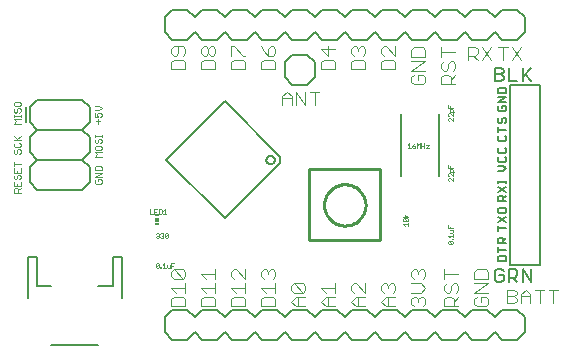
<source format=gto>
G75*
G70*
%OFA0B0*%
%FSLAX24Y24*%
%IPPOS*%
%LPD*%
%AMOC8*
5,1,8,0,0,1.08239X$1,22.5*
%
%ADD10C,0.0040*%
%ADD11C,0.0010*%
%ADD12C,0.0020*%
%ADD13C,0.0080*%
%ADD14C,0.0060*%
%ADD15C,0.0050*%
%ADD16C,0.0100*%
%ADD17R,0.0118X0.0059*%
%ADD18R,0.0118X0.0118*%
D10*
X005900Y002300D02*
X005900Y002530D01*
X005976Y002607D01*
X006283Y002607D01*
X006360Y002530D01*
X006360Y002300D01*
X005900Y002300D01*
X006053Y002760D02*
X005900Y002914D01*
X006360Y002914D01*
X006360Y003067D02*
X006360Y002760D01*
X006283Y003221D02*
X005976Y003221D01*
X005900Y003298D01*
X005900Y003451D01*
X005976Y003528D01*
X006283Y003221D01*
X006360Y003298D01*
X006360Y003451D01*
X006283Y003528D01*
X005976Y003528D01*
X006900Y003374D02*
X007360Y003374D01*
X007360Y003221D02*
X007360Y003528D01*
X007900Y003451D02*
X007900Y003298D01*
X007976Y003221D01*
X007900Y003451D02*
X007976Y003528D01*
X008053Y003528D01*
X008360Y003221D01*
X008360Y003528D01*
X008900Y003451D02*
X008900Y003298D01*
X008976Y003221D01*
X009283Y003221D02*
X009360Y003298D01*
X009360Y003451D01*
X009283Y003528D01*
X009207Y003528D01*
X009130Y003451D01*
X009130Y003374D01*
X009130Y003451D02*
X009053Y003528D01*
X008976Y003528D01*
X008900Y003451D01*
X009360Y003067D02*
X009360Y002760D01*
X009360Y002914D02*
X008900Y002914D01*
X009053Y002760D01*
X008976Y002607D02*
X008900Y002530D01*
X008900Y002300D01*
X009360Y002300D01*
X009360Y002530D01*
X009283Y002607D01*
X008976Y002607D01*
X008360Y002530D02*
X008360Y002300D01*
X007900Y002300D01*
X007900Y002530D01*
X007976Y002607D01*
X008283Y002607D01*
X008360Y002530D01*
X008360Y002760D02*
X008360Y003067D01*
X008360Y002914D02*
X007900Y002914D01*
X008053Y002760D01*
X007360Y002760D02*
X007360Y003067D01*
X007360Y002914D02*
X006900Y002914D01*
X007053Y002760D01*
X006976Y002607D02*
X006900Y002530D01*
X006900Y002300D01*
X007360Y002300D01*
X007360Y002530D01*
X007283Y002607D01*
X006976Y002607D01*
X007053Y003221D02*
X006900Y003374D01*
X009900Y002991D02*
X009900Y002837D01*
X009976Y002760D01*
X010283Y002760D01*
X009976Y003067D01*
X010283Y003067D01*
X010360Y002991D01*
X010360Y002837D01*
X010283Y002760D01*
X010360Y002607D02*
X010053Y002607D01*
X009900Y002453D01*
X010053Y002300D01*
X010360Y002300D01*
X010130Y002300D02*
X010130Y002607D01*
X009900Y002991D02*
X009976Y003067D01*
X010900Y002914D02*
X011360Y002914D01*
X011360Y003067D02*
X011360Y002760D01*
X011360Y002607D02*
X011053Y002607D01*
X010900Y002453D01*
X011053Y002300D01*
X011360Y002300D01*
X011130Y002300D02*
X011130Y002607D01*
X011053Y002760D02*
X010900Y002914D01*
X011900Y002991D02*
X011900Y002837D01*
X011976Y002760D01*
X012053Y002607D02*
X012360Y002607D01*
X012360Y002760D02*
X012053Y003067D01*
X011976Y003067D01*
X011900Y002991D01*
X012360Y003067D02*
X012360Y002760D01*
X012130Y002607D02*
X012130Y002300D01*
X012053Y002300D02*
X011900Y002453D01*
X012053Y002607D01*
X012053Y002300D02*
X012360Y002300D01*
X012900Y002453D02*
X013053Y002607D01*
X013360Y002607D01*
X013283Y002760D02*
X013360Y002837D01*
X013360Y002991D01*
X013283Y003067D01*
X013207Y003067D01*
X013130Y002991D01*
X013130Y002914D01*
X013130Y002991D02*
X013053Y003067D01*
X012976Y003067D01*
X012900Y002991D01*
X012900Y002837D01*
X012976Y002760D01*
X013130Y002607D02*
X013130Y002300D01*
X013053Y002300D02*
X012900Y002453D01*
X013053Y002300D02*
X013360Y002300D01*
X013900Y002377D02*
X013900Y002530D01*
X013976Y002607D01*
X014053Y002607D01*
X014130Y002530D01*
X014207Y002607D01*
X014283Y002607D01*
X014360Y002530D01*
X014360Y002377D01*
X014283Y002300D01*
X014130Y002453D02*
X014130Y002530D01*
X014207Y002760D02*
X013900Y002760D01*
X014207Y002760D02*
X014360Y002914D01*
X014207Y003067D01*
X013900Y003067D01*
X013976Y003221D02*
X013900Y003298D01*
X013900Y003451D01*
X013976Y003528D01*
X014053Y003528D01*
X014130Y003451D01*
X014207Y003528D01*
X014283Y003528D01*
X014360Y003451D01*
X014360Y003298D01*
X014283Y003221D01*
X014130Y003374D02*
X014130Y003451D01*
X015000Y003528D02*
X015000Y003221D01*
X015076Y003067D02*
X015000Y002991D01*
X015000Y002837D01*
X015076Y002760D01*
X015153Y002760D01*
X015230Y002837D01*
X015230Y002991D01*
X015307Y003067D01*
X015383Y003067D01*
X015460Y002991D01*
X015460Y002837D01*
X015383Y002760D01*
X015460Y002607D02*
X015307Y002453D01*
X015307Y002530D02*
X015230Y002607D01*
X015076Y002607D01*
X015000Y002530D01*
X015000Y002300D01*
X015460Y002300D01*
X015307Y002300D02*
X015307Y002530D01*
X016000Y002530D02*
X016000Y002377D01*
X016076Y002300D01*
X016383Y002300D01*
X016460Y002377D01*
X016460Y002530D01*
X016383Y002607D01*
X016230Y002607D01*
X016230Y002453D01*
X016076Y002607D02*
X016000Y002530D01*
X016000Y002760D02*
X016460Y003067D01*
X016000Y003067D01*
X016000Y003221D02*
X016000Y003451D01*
X016076Y003528D01*
X016383Y003528D01*
X016460Y003451D01*
X016460Y003221D01*
X016000Y003221D01*
X016000Y002760D02*
X016460Y002760D01*
X017100Y002860D02*
X017100Y002400D01*
X017330Y002400D01*
X017407Y002477D01*
X017407Y002553D01*
X017330Y002630D01*
X017100Y002630D01*
X017330Y002630D02*
X017407Y002707D01*
X017407Y002784D01*
X017330Y002860D01*
X017100Y002860D01*
X017560Y002707D02*
X017714Y002860D01*
X017867Y002707D01*
X017867Y002400D01*
X017867Y002630D02*
X017560Y002630D01*
X017560Y002707D02*
X017560Y002400D01*
X018174Y002400D02*
X018174Y002860D01*
X018021Y002860D02*
X018328Y002860D01*
X018481Y002860D02*
X018788Y002860D01*
X018635Y002860D02*
X018635Y002400D01*
X015460Y003374D02*
X015000Y003374D01*
X013976Y002300D02*
X013900Y002377D01*
X010674Y009000D02*
X010674Y009460D01*
X010521Y009460D02*
X010828Y009460D01*
X010367Y009460D02*
X010367Y009000D01*
X010060Y009460D01*
X010060Y009000D01*
X009907Y009000D02*
X009907Y009307D01*
X009753Y009460D01*
X009600Y009307D01*
X009600Y009000D01*
X009600Y009230D02*
X009907Y009230D01*
X009360Y010200D02*
X008900Y010200D01*
X008900Y010430D01*
X008976Y010507D01*
X009283Y010507D01*
X009360Y010430D01*
X009360Y010200D01*
X009283Y010660D02*
X009360Y010737D01*
X009360Y010891D01*
X009283Y010967D01*
X009207Y010967D01*
X009130Y010891D01*
X009130Y010660D01*
X009283Y010660D01*
X009130Y010660D02*
X008976Y010814D01*
X008900Y010967D01*
X008360Y010660D02*
X008283Y010660D01*
X007976Y010967D01*
X007900Y010967D01*
X007900Y010660D01*
X007976Y010507D02*
X007900Y010430D01*
X007900Y010200D01*
X008360Y010200D01*
X008360Y010430D01*
X008283Y010507D01*
X007976Y010507D01*
X007360Y010430D02*
X007360Y010200D01*
X006900Y010200D01*
X006900Y010430D01*
X006976Y010507D01*
X007283Y010507D01*
X007360Y010430D01*
X007283Y010660D02*
X007207Y010660D01*
X007130Y010737D01*
X007130Y010891D01*
X007207Y010967D01*
X007283Y010967D01*
X007360Y010891D01*
X007360Y010737D01*
X007283Y010660D01*
X007130Y010737D02*
X007053Y010660D01*
X006976Y010660D01*
X006900Y010737D01*
X006900Y010891D01*
X006976Y010967D01*
X007053Y010967D01*
X007130Y010891D01*
X006360Y010891D02*
X006360Y010737D01*
X006283Y010660D01*
X006283Y010507D02*
X005976Y010507D01*
X005900Y010430D01*
X005900Y010200D01*
X006360Y010200D01*
X006360Y010430D01*
X006283Y010507D01*
X006053Y010660D02*
X006130Y010737D01*
X006130Y010967D01*
X006283Y010967D02*
X006360Y010891D01*
X006283Y010967D02*
X005976Y010967D01*
X005900Y010891D01*
X005900Y010737D01*
X005976Y010660D01*
X006053Y010660D01*
X010900Y010430D02*
X010900Y010200D01*
X011360Y010200D01*
X011360Y010430D01*
X011283Y010507D01*
X010976Y010507D01*
X010900Y010430D01*
X011130Y010660D02*
X011130Y010967D01*
X011360Y010891D02*
X010900Y010891D01*
X011130Y010660D01*
X011900Y010737D02*
X011976Y010660D01*
X011900Y010737D02*
X011900Y010891D01*
X011976Y010967D01*
X012053Y010967D01*
X012130Y010891D01*
X012207Y010967D01*
X012283Y010967D01*
X012360Y010891D01*
X012360Y010737D01*
X012283Y010660D01*
X012283Y010507D02*
X011976Y010507D01*
X011900Y010430D01*
X011900Y010200D01*
X012360Y010200D01*
X012360Y010430D01*
X012283Y010507D01*
X012130Y010814D02*
X012130Y010891D01*
X012900Y010891D02*
X012900Y010737D01*
X012976Y010660D01*
X012976Y010507D02*
X012900Y010430D01*
X012900Y010200D01*
X013360Y010200D01*
X013360Y010430D01*
X013283Y010507D01*
X012976Y010507D01*
X013360Y010660D02*
X013053Y010967D01*
X012976Y010967D01*
X012900Y010891D01*
X013360Y010967D02*
X013360Y010660D01*
X013900Y010621D02*
X013900Y010851D01*
X013976Y010928D01*
X014283Y010928D01*
X014360Y010851D01*
X014360Y010621D01*
X013900Y010621D01*
X013900Y010467D02*
X014360Y010467D01*
X013900Y010160D01*
X014360Y010160D01*
X014283Y010007D02*
X014130Y010007D01*
X014130Y009853D01*
X014283Y009700D02*
X013976Y009700D01*
X013900Y009777D01*
X013900Y009930D01*
X013976Y010007D01*
X014283Y010007D02*
X014360Y009930D01*
X014360Y009777D01*
X014283Y009700D01*
X014900Y009700D02*
X014900Y009930D01*
X014976Y010007D01*
X015130Y010007D01*
X015207Y009930D01*
X015207Y009700D01*
X015360Y009700D02*
X014900Y009700D01*
X015207Y009853D02*
X015360Y010007D01*
X015283Y010160D02*
X015360Y010237D01*
X015360Y010391D01*
X015283Y010467D01*
X015207Y010467D01*
X015130Y010391D01*
X015130Y010237D01*
X015053Y010160D01*
X014976Y010160D01*
X014900Y010237D01*
X014900Y010391D01*
X014976Y010467D01*
X014900Y010621D02*
X014900Y010928D01*
X014900Y010774D02*
X015360Y010774D01*
X015800Y010653D02*
X016030Y010653D01*
X016107Y010730D01*
X016107Y010884D01*
X016030Y010960D01*
X015800Y010960D01*
X015800Y010500D01*
X015953Y010653D02*
X016107Y010500D01*
X016260Y010500D02*
X016567Y010960D01*
X016800Y010960D02*
X017107Y010960D01*
X017260Y010960D02*
X017567Y010500D01*
X017260Y010500D02*
X017567Y010960D01*
X016953Y010960D02*
X016953Y010500D01*
X016567Y010500D02*
X016260Y010960D01*
D11*
X015125Y009027D02*
X015125Y008927D01*
X015275Y008927D01*
X015250Y008880D02*
X015275Y008855D01*
X015275Y008780D01*
X015275Y008732D02*
X015275Y008632D01*
X015175Y008732D01*
X015150Y008732D01*
X015125Y008707D01*
X015125Y008657D01*
X015150Y008632D01*
X015150Y008585D02*
X015125Y008560D01*
X015125Y008510D01*
X015150Y008485D01*
X015150Y008585D02*
X015175Y008585D01*
X015275Y008485D01*
X015275Y008585D01*
X015325Y008780D02*
X015175Y008780D01*
X015175Y008855D01*
X015200Y008880D01*
X015250Y008880D01*
X015200Y008927D02*
X015200Y008977D01*
X014327Y007735D02*
X014327Y007585D01*
X014374Y007585D02*
X014474Y007585D01*
X014474Y007685D02*
X014374Y007585D01*
X014327Y007660D02*
X014227Y007660D01*
X014227Y007585D02*
X014227Y007735D01*
X014180Y007735D02*
X014180Y007585D01*
X014080Y007585D02*
X014080Y007735D01*
X014130Y007685D01*
X014180Y007735D01*
X014032Y007735D02*
X013982Y007710D01*
X013932Y007660D01*
X014007Y007660D01*
X014032Y007635D01*
X014032Y007610D01*
X014007Y007585D01*
X013957Y007585D01*
X013932Y007610D01*
X013932Y007660D01*
X013885Y007585D02*
X013785Y007585D01*
X013835Y007585D02*
X013835Y007735D01*
X013785Y007685D01*
X014374Y007685D02*
X014474Y007685D01*
X015125Y007027D02*
X015125Y006927D01*
X015275Y006927D01*
X015250Y006880D02*
X015275Y006855D01*
X015275Y006780D01*
X015275Y006732D02*
X015275Y006632D01*
X015175Y006732D01*
X015150Y006732D01*
X015125Y006707D01*
X015125Y006657D01*
X015150Y006632D01*
X015150Y006585D02*
X015125Y006560D01*
X015125Y006510D01*
X015150Y006485D01*
X015150Y006585D02*
X015175Y006585D01*
X015275Y006485D01*
X015275Y006585D01*
X015325Y006780D02*
X015175Y006780D01*
X015175Y006855D01*
X015200Y006880D01*
X015250Y006880D01*
X015200Y006927D02*
X015200Y006977D01*
X013775Y005355D02*
X013725Y005280D01*
X013675Y005355D01*
X013625Y005280D02*
X013775Y005280D01*
X013750Y005232D02*
X013775Y005207D01*
X013775Y005157D01*
X013750Y005132D01*
X013650Y005232D01*
X013750Y005232D01*
X013750Y005132D02*
X013650Y005132D01*
X013625Y005157D01*
X013625Y005207D01*
X013650Y005232D01*
X013775Y005085D02*
X013775Y004985D01*
X013775Y005035D02*
X013625Y005035D01*
X013675Y004985D01*
X015125Y005001D02*
X015125Y004901D01*
X015275Y004901D01*
X015275Y004853D02*
X015175Y004853D01*
X015200Y004901D02*
X015200Y004951D01*
X015275Y004853D02*
X015275Y004778D01*
X015250Y004753D01*
X015175Y004753D01*
X015125Y004656D02*
X015275Y004656D01*
X015275Y004606D02*
X015275Y004706D01*
X015175Y004606D02*
X015125Y004656D01*
X015250Y004557D02*
X015275Y004557D01*
X015275Y004532D01*
X015250Y004532D01*
X015250Y004557D01*
X015250Y004485D02*
X015275Y004460D01*
X015275Y004410D01*
X015250Y004385D01*
X015150Y004485D01*
X015250Y004485D01*
X015250Y004385D02*
X015150Y004385D01*
X015125Y004410D01*
X015125Y004460D01*
X015150Y004485D01*
X006001Y003735D02*
X005901Y003735D01*
X005901Y003585D01*
X005853Y003585D02*
X005853Y003685D01*
X005901Y003660D02*
X005951Y003660D01*
X005853Y003585D02*
X005778Y003585D01*
X005753Y003610D01*
X005753Y003685D01*
X005656Y003735D02*
X005656Y003585D01*
X005606Y003585D02*
X005706Y003585D01*
X005606Y003685D02*
X005656Y003735D01*
X005557Y003610D02*
X005557Y003585D01*
X005532Y003585D01*
X005532Y003610D01*
X005557Y003610D01*
X005485Y003610D02*
X005460Y003585D01*
X005410Y003585D01*
X005385Y003610D01*
X005485Y003710D01*
X005485Y003610D01*
X005385Y003610D02*
X005385Y003710D01*
X005410Y003735D01*
X005460Y003735D01*
X005485Y003710D01*
X005460Y004585D02*
X005410Y004585D01*
X005385Y004610D01*
X005435Y004660D02*
X005460Y004660D01*
X005485Y004635D01*
X005485Y004610D01*
X005460Y004585D01*
X005460Y004660D02*
X005485Y004685D01*
X005485Y004710D01*
X005460Y004735D01*
X005410Y004735D01*
X005385Y004710D01*
X005532Y004710D02*
X005557Y004735D01*
X005607Y004735D01*
X005632Y004710D01*
X005632Y004685D01*
X005607Y004660D01*
X005632Y004635D01*
X005632Y004610D01*
X005607Y004585D01*
X005557Y004585D01*
X005532Y004610D01*
X005582Y004660D02*
X005607Y004660D01*
X005680Y004610D02*
X005780Y004710D01*
X005780Y004610D01*
X005755Y004585D01*
X005705Y004585D01*
X005680Y004610D01*
X005680Y004710D01*
X005705Y004735D01*
X005755Y004735D01*
X005780Y004710D01*
X005727Y005385D02*
X005627Y005385D01*
X005677Y005385D02*
X005677Y005535D01*
X005627Y005485D01*
X005580Y005510D02*
X005580Y005410D01*
X005555Y005385D01*
X005480Y005385D01*
X005480Y005535D01*
X005555Y005535D01*
X005580Y005510D01*
X005432Y005535D02*
X005332Y005535D01*
X005332Y005385D01*
X005432Y005385D01*
X005382Y005460D02*
X005332Y005460D01*
X005285Y005385D02*
X005185Y005385D01*
X005185Y005535D01*
D12*
X003570Y006427D02*
X003570Y006500D01*
X003533Y006537D01*
X003460Y006537D01*
X003460Y006463D01*
X003387Y006390D02*
X003533Y006390D01*
X003570Y006427D01*
X003387Y006390D02*
X003350Y006427D01*
X003350Y006500D01*
X003387Y006537D01*
X003350Y006611D02*
X003570Y006758D01*
X003350Y006758D01*
X003350Y006832D02*
X003350Y006942D01*
X003387Y006979D01*
X003533Y006979D01*
X003570Y006942D01*
X003570Y006832D01*
X003350Y006832D01*
X003350Y006611D02*
X003570Y006611D01*
X003570Y007290D02*
X003350Y007290D01*
X003423Y007363D01*
X003350Y007437D01*
X003570Y007437D01*
X003533Y007511D02*
X003570Y007548D01*
X003570Y007621D01*
X003533Y007658D01*
X003387Y007658D01*
X003350Y007621D01*
X003350Y007548D01*
X003387Y007511D01*
X003533Y007511D01*
X003533Y007732D02*
X003570Y007769D01*
X003570Y007842D01*
X003533Y007879D01*
X003497Y007879D01*
X003460Y007842D01*
X003460Y007769D01*
X003423Y007732D01*
X003387Y007732D01*
X003350Y007769D01*
X003350Y007842D01*
X003387Y007879D01*
X003350Y007953D02*
X003350Y008026D01*
X003350Y007990D02*
X003570Y007990D01*
X003570Y008026D02*
X003570Y007953D01*
X003460Y008390D02*
X003460Y008537D01*
X003460Y008611D02*
X003423Y008684D01*
X003423Y008721D01*
X003460Y008758D01*
X003533Y008758D01*
X003570Y008721D01*
X003570Y008648D01*
X003533Y008611D01*
X003460Y008611D02*
X003350Y008611D01*
X003350Y008758D01*
X003350Y008832D02*
X003497Y008832D01*
X003570Y008905D01*
X003497Y008979D01*
X003350Y008979D01*
X003387Y008463D02*
X003533Y008463D01*
X000870Y008390D02*
X000650Y008390D01*
X000723Y008463D01*
X000650Y008537D01*
X000870Y008537D01*
X000870Y008611D02*
X000870Y008684D01*
X000870Y008648D02*
X000650Y008648D01*
X000650Y008684D02*
X000650Y008611D01*
X000687Y008758D02*
X000723Y008758D01*
X000760Y008795D01*
X000760Y008868D01*
X000797Y008905D01*
X000833Y008905D01*
X000870Y008868D01*
X000870Y008795D01*
X000833Y008758D01*
X000687Y008758D02*
X000650Y008795D01*
X000650Y008868D01*
X000687Y008905D01*
X000687Y008979D02*
X000833Y008979D01*
X000870Y009016D01*
X000870Y009089D01*
X000833Y009126D01*
X000687Y009126D01*
X000650Y009089D01*
X000650Y009016D01*
X000687Y008979D01*
X000650Y007979D02*
X000797Y007832D01*
X000760Y007869D02*
X000870Y007979D01*
X000870Y007832D02*
X000650Y007832D01*
X000687Y007758D02*
X000650Y007721D01*
X000650Y007648D01*
X000687Y007611D01*
X000833Y007611D01*
X000870Y007648D01*
X000870Y007721D01*
X000833Y007758D01*
X000833Y007537D02*
X000870Y007500D01*
X000870Y007427D01*
X000833Y007390D01*
X000760Y007427D02*
X000760Y007500D01*
X000797Y007537D01*
X000833Y007537D01*
X000760Y007427D02*
X000723Y007390D01*
X000687Y007390D01*
X000650Y007427D01*
X000650Y007500D01*
X000687Y007537D01*
X000650Y007121D02*
X000650Y006974D01*
X000650Y007047D02*
X000870Y007047D01*
X000870Y006900D02*
X000870Y006753D01*
X000650Y006753D01*
X000650Y006900D01*
X000760Y006826D02*
X000760Y006753D01*
X000797Y006679D02*
X000760Y006642D01*
X000760Y006569D01*
X000723Y006532D01*
X000687Y006532D01*
X000650Y006569D01*
X000650Y006642D01*
X000687Y006679D01*
X000797Y006679D02*
X000833Y006679D01*
X000870Y006642D01*
X000870Y006569D01*
X000833Y006532D01*
X000870Y006458D02*
X000870Y006311D01*
X000650Y006311D01*
X000650Y006458D01*
X000760Y006384D02*
X000760Y006311D01*
X000760Y006237D02*
X000797Y006200D01*
X000797Y006090D01*
X000870Y006090D02*
X000650Y006090D01*
X000650Y006200D01*
X000687Y006237D01*
X000760Y006237D01*
X000797Y006163D02*
X000870Y006237D01*
D13*
X001893Y000999D02*
X003467Y000999D01*
X004255Y002574D02*
X004255Y003952D01*
X003940Y003952D01*
X003940Y002967D01*
X003467Y002967D01*
X001893Y002967D02*
X001420Y002967D01*
X001420Y003952D01*
X001105Y003952D01*
X001105Y002574D01*
X005680Y001930D02*
X005680Y001430D01*
X005930Y001180D01*
X006430Y001180D01*
X006680Y001430D01*
X006930Y001180D01*
X007430Y001180D01*
X007680Y001430D01*
X007930Y001180D01*
X008430Y001180D01*
X008680Y001430D01*
X008930Y001180D01*
X009430Y001180D01*
X009680Y001430D01*
X009930Y001180D01*
X010430Y001180D01*
X010680Y001430D01*
X010930Y001180D01*
X011430Y001180D01*
X011680Y001430D01*
X011930Y001180D01*
X012430Y001180D01*
X012680Y001430D01*
X012930Y001180D01*
X013430Y001180D01*
X013680Y001430D01*
X013930Y001180D01*
X014430Y001180D01*
X014680Y001430D01*
X014930Y001180D01*
X015430Y001180D01*
X015680Y001430D01*
X015930Y001180D01*
X016430Y001180D01*
X016680Y001430D01*
X016930Y001180D01*
X017430Y001180D01*
X017680Y001430D01*
X017680Y001930D01*
X017430Y002180D01*
X016930Y002180D01*
X016680Y001930D01*
X016430Y002180D01*
X015930Y002180D01*
X015680Y001930D01*
X015430Y002180D01*
X014930Y002180D01*
X014680Y001930D01*
X014430Y002180D01*
X013930Y002180D01*
X013680Y001930D01*
X013430Y002180D01*
X012930Y002180D01*
X012680Y001930D01*
X012430Y002180D01*
X011930Y002180D01*
X011680Y001930D01*
X011430Y002180D01*
X010930Y002180D01*
X010680Y001930D01*
X010430Y002180D01*
X009930Y002180D01*
X009680Y001930D01*
X009430Y002180D01*
X008930Y002180D01*
X008680Y001930D01*
X008430Y002180D01*
X007930Y002180D01*
X007680Y001930D01*
X007430Y002180D01*
X006930Y002180D01*
X006680Y001930D01*
X006430Y002180D01*
X005930Y002180D01*
X005680Y001930D01*
X002930Y006180D02*
X001430Y006180D01*
X001180Y006430D01*
X001180Y006930D01*
X001430Y007180D01*
X002930Y007180D01*
X003180Y006930D01*
X003180Y006430D01*
X002930Y006180D01*
X002930Y007180D02*
X003180Y007430D01*
X003180Y007930D01*
X002930Y008180D01*
X001430Y008180D01*
X001180Y007930D01*
X001180Y007430D01*
X001430Y007180D01*
X001430Y008180D02*
X001180Y008430D01*
X001180Y008930D01*
X001430Y009180D01*
X002930Y009180D01*
X003180Y008930D01*
X003180Y008430D01*
X002930Y008180D01*
X001048Y008430D02*
X001048Y008930D01*
X005680Y011430D02*
X005930Y011180D01*
X006430Y011180D01*
X006680Y011430D01*
X006930Y011180D01*
X007430Y011180D01*
X007680Y011430D01*
X007930Y011180D01*
X008430Y011180D01*
X008680Y011430D01*
X008930Y011180D01*
X009430Y011180D01*
X009680Y011430D01*
X009930Y011180D01*
X010430Y011180D01*
X010680Y011430D01*
X010930Y011180D01*
X011430Y011180D01*
X011680Y011430D01*
X011930Y011180D01*
X012430Y011180D01*
X012680Y011430D01*
X012930Y011180D01*
X013430Y011180D01*
X013680Y011430D01*
X013930Y011180D01*
X014430Y011180D01*
X014680Y011430D01*
X014930Y011180D01*
X015430Y011180D01*
X015680Y011430D01*
X015930Y011180D01*
X016430Y011180D01*
X016680Y011430D01*
X016930Y011180D01*
X017430Y011180D01*
X017680Y011430D01*
X017680Y011930D01*
X017430Y012180D01*
X016930Y012180D01*
X016680Y011930D01*
X016430Y012180D01*
X015930Y012180D01*
X015680Y011930D01*
X015430Y012180D01*
X014930Y012180D01*
X014680Y011930D01*
X014430Y012180D01*
X013930Y012180D01*
X013680Y011930D01*
X013430Y012180D01*
X012930Y012180D01*
X012680Y011930D01*
X012430Y012180D01*
X011930Y012180D01*
X011680Y011930D01*
X011430Y012180D01*
X010930Y012180D01*
X010680Y011930D01*
X010430Y012180D01*
X009930Y012180D01*
X009680Y011930D01*
X009430Y012180D01*
X008930Y012180D01*
X008680Y011930D01*
X008430Y012180D01*
X007930Y012180D01*
X007680Y011930D01*
X007430Y012180D01*
X006930Y012180D01*
X006680Y011930D01*
X006430Y012180D01*
X005930Y012180D01*
X005680Y011930D01*
X005680Y011430D01*
X009680Y010430D02*
X009680Y009930D01*
X009930Y009680D01*
X010430Y009680D01*
X010680Y009930D01*
X010680Y010430D01*
X010430Y010680D01*
X009930Y010680D01*
X009680Y010430D01*
X016689Y010240D02*
X016689Y009820D01*
X016899Y009820D01*
X016969Y009890D01*
X016969Y009960D01*
X016899Y010030D01*
X016689Y010030D01*
X016899Y010030D02*
X016969Y010100D01*
X016969Y010170D01*
X016899Y010240D01*
X016689Y010240D01*
X017149Y010240D02*
X017149Y009820D01*
X017429Y009820D01*
X017610Y009820D02*
X017610Y010240D01*
X017680Y010030D02*
X017890Y009820D01*
X017610Y009960D02*
X017890Y010240D01*
X017890Y003540D02*
X017890Y003120D01*
X017610Y003540D01*
X017610Y003120D01*
X017429Y003120D02*
X017289Y003260D01*
X017359Y003260D02*
X017149Y003260D01*
X017149Y003120D02*
X017149Y003540D01*
X017359Y003540D01*
X017429Y003470D01*
X017429Y003330D01*
X017359Y003260D01*
X016969Y003190D02*
X016969Y003330D01*
X016829Y003330D01*
X016969Y003190D02*
X016899Y003120D01*
X016759Y003120D01*
X016689Y003190D01*
X016689Y003470D01*
X016759Y003540D01*
X016899Y003540D01*
X016969Y003470D01*
D14*
X009533Y007081D02*
X009533Y007279D01*
X007680Y009132D01*
X005728Y007180D01*
X007680Y005228D01*
X009533Y007081D01*
X009066Y007180D02*
X009068Y007203D01*
X009074Y007226D01*
X009083Y007247D01*
X009096Y007267D01*
X009112Y007284D01*
X009130Y007298D01*
X009150Y007309D01*
X009172Y007317D01*
X009195Y007321D01*
X009219Y007321D01*
X009242Y007317D01*
X009264Y007309D01*
X009284Y007298D01*
X009302Y007284D01*
X009318Y007267D01*
X009331Y007247D01*
X009340Y007226D01*
X009346Y007203D01*
X009348Y007180D01*
X009346Y007157D01*
X009340Y007134D01*
X009331Y007113D01*
X009318Y007093D01*
X009302Y007076D01*
X009284Y007062D01*
X009264Y007051D01*
X009242Y007043D01*
X009219Y007039D01*
X009195Y007039D01*
X009172Y007043D01*
X009150Y007051D01*
X009130Y007062D01*
X009112Y007076D01*
X009096Y007093D01*
X009083Y007113D01*
X009074Y007134D01*
X009068Y007157D01*
X009066Y007180D01*
D15*
X013550Y006656D02*
X013550Y008704D01*
X014810Y008704D02*
X014810Y006656D01*
X016785Y006805D02*
X016965Y006805D01*
X017055Y006895D01*
X016965Y006985D01*
X016785Y006985D01*
X016830Y007100D02*
X017010Y007100D01*
X017055Y007145D01*
X017055Y007235D01*
X017010Y007280D01*
X017010Y007394D02*
X016830Y007394D01*
X016785Y007439D01*
X016785Y007529D01*
X016830Y007574D01*
X017010Y007574D02*
X017055Y007529D01*
X017055Y007439D01*
X017010Y007394D01*
X016830Y007280D02*
X016785Y007235D01*
X016785Y007145D01*
X016830Y007100D01*
X016785Y006484D02*
X016785Y006394D01*
X016785Y006439D02*
X017055Y006439D01*
X017055Y006394D02*
X017055Y006484D01*
X017055Y006280D02*
X016785Y006100D01*
X016830Y005985D02*
X016920Y005985D01*
X016965Y005940D01*
X016965Y005805D01*
X017055Y005805D02*
X016785Y005805D01*
X016785Y005940D01*
X016830Y005985D01*
X016965Y005895D02*
X017055Y005985D01*
X017055Y006100D02*
X016785Y006280D01*
X016830Y005574D02*
X016785Y005529D01*
X016785Y005439D01*
X016830Y005394D01*
X017010Y005394D01*
X017055Y005439D01*
X017055Y005529D01*
X017010Y005574D01*
X016830Y005574D01*
X016785Y005280D02*
X017055Y005100D01*
X017055Y005280D02*
X016785Y005100D01*
X016785Y004985D02*
X016785Y004805D01*
X016785Y004895D02*
X017055Y004895D01*
X017055Y004574D02*
X016965Y004484D01*
X016965Y004529D02*
X016965Y004394D01*
X017055Y004394D02*
X016785Y004394D01*
X016785Y004529D01*
X016830Y004574D01*
X016920Y004574D01*
X016965Y004529D01*
X016785Y004280D02*
X016785Y004100D01*
X016785Y004190D02*
X017055Y004190D01*
X017010Y003985D02*
X016830Y003985D01*
X016785Y003940D01*
X016785Y003805D01*
X017055Y003805D01*
X017055Y003940D01*
X017010Y003985D01*
X017180Y003680D02*
X018180Y003680D01*
X018180Y009680D01*
X017180Y009680D01*
X017180Y003680D01*
X017010Y007805D02*
X016830Y007805D01*
X016785Y007850D01*
X016785Y007940D01*
X016830Y007985D01*
X016785Y008100D02*
X016785Y008280D01*
X016785Y008190D02*
X017055Y008190D01*
X017010Y008394D02*
X017055Y008439D01*
X017055Y008529D01*
X017010Y008574D01*
X016965Y008574D01*
X016920Y008529D01*
X016920Y008439D01*
X016875Y008394D01*
X016830Y008394D01*
X016785Y008439D01*
X016785Y008529D01*
X016830Y008574D01*
X016830Y008805D02*
X017010Y008805D01*
X017055Y008850D01*
X017055Y008940D01*
X017010Y008985D01*
X016920Y008985D01*
X016920Y008895D01*
X016830Y008805D02*
X016785Y008850D01*
X016785Y008940D01*
X016830Y008985D01*
X016785Y009100D02*
X017055Y009280D01*
X016785Y009280D01*
X016785Y009394D02*
X016785Y009529D01*
X016830Y009574D01*
X017010Y009574D01*
X017055Y009529D01*
X017055Y009394D01*
X016785Y009394D01*
X016785Y009100D02*
X017055Y009100D01*
X017010Y007985D02*
X017055Y007940D01*
X017055Y007850D01*
X017010Y007805D01*
D16*
X012861Y006861D02*
X010499Y006861D01*
X010499Y004499D01*
X012861Y004499D01*
X012861Y006861D01*
X010991Y005680D02*
X010993Y005732D01*
X010999Y005784D01*
X011009Y005835D01*
X011022Y005885D01*
X011040Y005935D01*
X011061Y005982D01*
X011085Y006028D01*
X011114Y006072D01*
X011145Y006114D01*
X011179Y006153D01*
X011216Y006190D01*
X011256Y006223D01*
X011299Y006254D01*
X011343Y006281D01*
X011389Y006305D01*
X011438Y006325D01*
X011487Y006341D01*
X011538Y006354D01*
X011589Y006363D01*
X011641Y006368D01*
X011693Y006369D01*
X011745Y006366D01*
X011797Y006359D01*
X011848Y006348D01*
X011898Y006334D01*
X011947Y006315D01*
X011994Y006293D01*
X012039Y006268D01*
X012083Y006239D01*
X012124Y006207D01*
X012163Y006172D01*
X012198Y006134D01*
X012231Y006093D01*
X012261Y006051D01*
X012287Y006006D01*
X012310Y005959D01*
X012329Y005910D01*
X012345Y005860D01*
X012357Y005810D01*
X012365Y005758D01*
X012369Y005706D01*
X012369Y005654D01*
X012365Y005602D01*
X012357Y005550D01*
X012345Y005500D01*
X012329Y005450D01*
X012310Y005401D01*
X012287Y005354D01*
X012261Y005309D01*
X012231Y005267D01*
X012198Y005226D01*
X012163Y005188D01*
X012124Y005153D01*
X012083Y005121D01*
X012039Y005092D01*
X011994Y005067D01*
X011947Y005045D01*
X011898Y005026D01*
X011848Y005012D01*
X011797Y005001D01*
X011745Y004994D01*
X011693Y004991D01*
X011641Y004992D01*
X011589Y004997D01*
X011538Y005006D01*
X011487Y005019D01*
X011438Y005035D01*
X011389Y005055D01*
X011343Y005079D01*
X011299Y005106D01*
X011256Y005137D01*
X011216Y005170D01*
X011179Y005207D01*
X011145Y005246D01*
X011114Y005288D01*
X011085Y005332D01*
X011061Y005378D01*
X011040Y005425D01*
X011022Y005475D01*
X011009Y005525D01*
X010999Y005576D01*
X010993Y005628D01*
X010991Y005680D01*
D17*
X005421Y005328D03*
X005421Y005032D03*
D18*
X005421Y005180D03*
M02*

</source>
